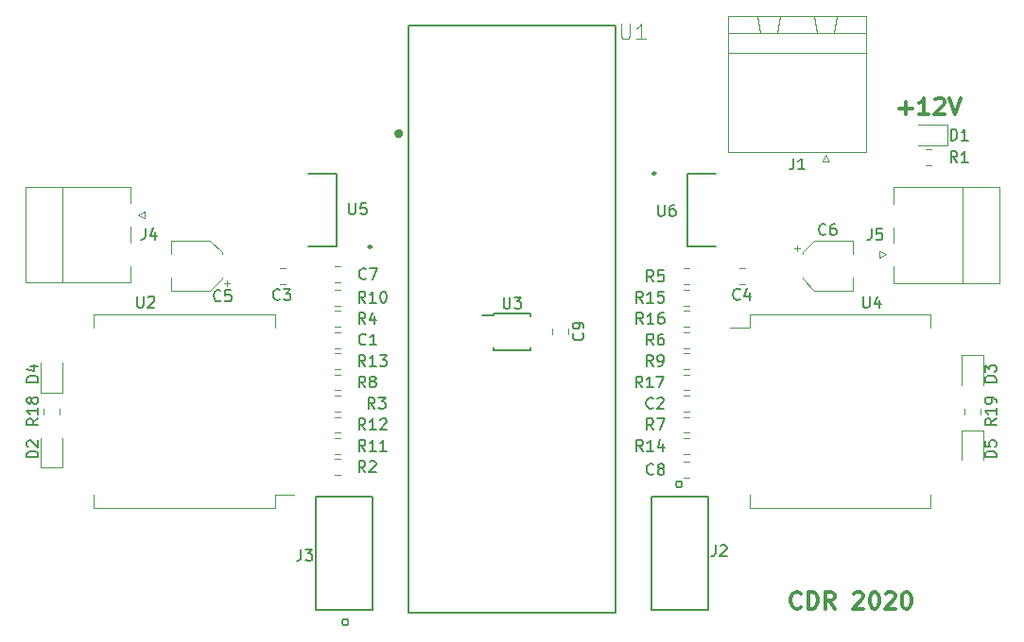
<source format=gbr>
G04 #@! TF.GenerationSoftware,KiCad,Pcbnew,(5.1.4)-1*
G04 #@! TF.CreationDate,2019-11-21T21:18:38+01:00*
G04 #@! TF.ProjectId,asserv_dc,61737365-7276-45f6-9463-2e6b69636164,rev?*
G04 #@! TF.SameCoordinates,Original*
G04 #@! TF.FileFunction,Legend,Top*
G04 #@! TF.FilePolarity,Positive*
%FSLAX46Y46*%
G04 Gerber Fmt 4.6, Leading zero omitted, Abs format (unit mm)*
G04 Created by KiCad (PCBNEW (5.1.4)-1) date 2019-11-21 21:18:38*
%MOMM*%
%LPD*%
G04 APERTURE LIST*
%ADD10C,0.300000*%
%ADD11C,0.250000*%
%ADD12C,0.200000*%
%ADD13C,0.120000*%
%ADD14C,0.150000*%
%ADD15C,0.127000*%
%ADD16C,0.400000*%
%ADD17C,0.050000*%
G04 APERTURE END LIST*
D10*
X119885714Y-103410714D02*
X119814285Y-103482142D01*
X119600000Y-103553571D01*
X119457142Y-103553571D01*
X119242857Y-103482142D01*
X119100000Y-103339285D01*
X119028571Y-103196428D01*
X118957142Y-102910714D01*
X118957142Y-102696428D01*
X119028571Y-102410714D01*
X119100000Y-102267857D01*
X119242857Y-102125000D01*
X119457142Y-102053571D01*
X119600000Y-102053571D01*
X119814285Y-102125000D01*
X119885714Y-102196428D01*
X120528571Y-103553571D02*
X120528571Y-102053571D01*
X120885714Y-102053571D01*
X121100000Y-102125000D01*
X121242857Y-102267857D01*
X121314285Y-102410714D01*
X121385714Y-102696428D01*
X121385714Y-102910714D01*
X121314285Y-103196428D01*
X121242857Y-103339285D01*
X121100000Y-103482142D01*
X120885714Y-103553571D01*
X120528571Y-103553571D01*
X122885714Y-103553571D02*
X122385714Y-102839285D01*
X122028571Y-103553571D02*
X122028571Y-102053571D01*
X122600000Y-102053571D01*
X122742857Y-102125000D01*
X122814285Y-102196428D01*
X122885714Y-102339285D01*
X122885714Y-102553571D01*
X122814285Y-102696428D01*
X122742857Y-102767857D01*
X122600000Y-102839285D01*
X122028571Y-102839285D01*
X124600000Y-102196428D02*
X124671428Y-102125000D01*
X124814285Y-102053571D01*
X125171428Y-102053571D01*
X125314285Y-102125000D01*
X125385714Y-102196428D01*
X125457142Y-102339285D01*
X125457142Y-102482142D01*
X125385714Y-102696428D01*
X124528571Y-103553571D01*
X125457142Y-103553571D01*
X126385714Y-102053571D02*
X126528571Y-102053571D01*
X126671428Y-102125000D01*
X126742857Y-102196428D01*
X126814285Y-102339285D01*
X126885714Y-102625000D01*
X126885714Y-102982142D01*
X126814285Y-103267857D01*
X126742857Y-103410714D01*
X126671428Y-103482142D01*
X126528571Y-103553571D01*
X126385714Y-103553571D01*
X126242857Y-103482142D01*
X126171428Y-103410714D01*
X126100000Y-103267857D01*
X126028571Y-102982142D01*
X126028571Y-102625000D01*
X126100000Y-102339285D01*
X126171428Y-102196428D01*
X126242857Y-102125000D01*
X126385714Y-102053571D01*
X127457142Y-102196428D02*
X127528571Y-102125000D01*
X127671428Y-102053571D01*
X128028571Y-102053571D01*
X128171428Y-102125000D01*
X128242857Y-102196428D01*
X128314285Y-102339285D01*
X128314285Y-102482142D01*
X128242857Y-102696428D01*
X127385714Y-103553571D01*
X128314285Y-103553571D01*
X129242857Y-102053571D02*
X129385714Y-102053571D01*
X129528571Y-102125000D01*
X129600000Y-102196428D01*
X129671428Y-102339285D01*
X129742857Y-102625000D01*
X129742857Y-102982142D01*
X129671428Y-103267857D01*
X129600000Y-103410714D01*
X129528571Y-103482142D01*
X129385714Y-103553571D01*
X129242857Y-103553571D01*
X129100000Y-103482142D01*
X129028571Y-103410714D01*
X128957142Y-103267857D01*
X128885714Y-102982142D01*
X128885714Y-102625000D01*
X128957142Y-102339285D01*
X129028571Y-102196428D01*
X129100000Y-102125000D01*
X129242857Y-102053571D01*
X128673742Y-58695742D02*
X129816600Y-58695742D01*
X129245171Y-59267171D02*
X129245171Y-58124314D01*
X131316600Y-59267171D02*
X130459457Y-59267171D01*
X130888028Y-59267171D02*
X130888028Y-57767171D01*
X130745171Y-57981457D01*
X130602314Y-58124314D01*
X130459457Y-58195742D01*
X131888028Y-57910028D02*
X131959457Y-57838600D01*
X132102314Y-57767171D01*
X132459457Y-57767171D01*
X132602314Y-57838600D01*
X132673742Y-57910028D01*
X132745171Y-58052885D01*
X132745171Y-58195742D01*
X132673742Y-58410028D01*
X131816600Y-59267171D01*
X132745171Y-59267171D01*
X133173742Y-57767171D02*
X133673742Y-59267171D01*
X134173742Y-57767171D01*
D11*
X106850000Y-64525000D02*
G75*
G03X106850000Y-64525000I-125000J0D01*
G01*
D12*
X109725000Y-64575000D02*
X112225000Y-64575000D01*
X109725000Y-71075000D02*
X109725000Y-64575000D01*
X112225000Y-71075000D02*
X109725000Y-71075000D01*
D11*
X81400000Y-71125000D02*
G75*
G03X81400000Y-71125000I-125000J0D01*
G01*
D12*
X78275000Y-71075000D02*
X75775000Y-71075000D01*
X78275000Y-64575000D02*
X78275000Y-71075000D01*
X75775000Y-64575000D02*
X78275000Y-64575000D01*
D13*
X72750000Y-93350000D02*
X74450000Y-93350000D01*
X72750000Y-94550000D02*
X72750000Y-93350000D01*
X72650000Y-94550000D02*
X72750000Y-94550000D01*
X56650000Y-94550000D02*
X72650000Y-94550000D01*
X72750000Y-77150000D02*
X72750000Y-78350000D01*
X56650000Y-77150000D02*
X72750000Y-77150000D01*
X56550000Y-77150000D02*
X56550000Y-78350000D01*
X56650000Y-77150000D02*
X56550000Y-77150000D01*
X56550000Y-94550000D02*
X56550000Y-93350000D01*
X56650000Y-94550000D02*
X56550000Y-94550000D01*
X52040000Y-85616422D02*
X52040000Y-86133578D01*
X53460000Y-85616422D02*
X53460000Y-86133578D01*
X78141422Y-82085000D02*
X78658578Y-82085000D01*
X78141422Y-80665000D02*
X78658578Y-80665000D01*
X78141422Y-87785000D02*
X78658578Y-87785000D01*
X78141422Y-86365000D02*
X78658578Y-86365000D01*
X78141422Y-89685000D02*
X78658578Y-89685000D01*
X78141422Y-88265000D02*
X78658578Y-88265000D01*
X78141422Y-76385000D02*
X78658578Y-76385000D01*
X78141422Y-74965000D02*
X78658578Y-74965000D01*
X78141422Y-83985000D02*
X78658578Y-83985000D01*
X78141422Y-82565000D02*
X78658578Y-82565000D01*
X78141422Y-78285000D02*
X78658578Y-78285000D01*
X78141422Y-76865000D02*
X78658578Y-76865000D01*
X78141422Y-85885000D02*
X78658578Y-85885000D01*
X78141422Y-84465000D02*
X78658578Y-84465000D01*
X78141422Y-91585000D02*
X78658578Y-91585000D01*
X78141422Y-90165000D02*
X78658578Y-90165000D01*
X61100000Y-67975000D02*
X61100000Y-68575000D01*
X60500000Y-68275000D02*
X61100000Y-67975000D01*
X61100000Y-68575000D02*
X60500000Y-68275000D01*
X53700000Y-65715000D02*
X53700000Y-74335000D01*
X59810000Y-69325000D02*
X59810000Y-70725000D01*
X59810000Y-74335000D02*
X59810000Y-72825000D01*
X59810000Y-65715000D02*
X59810000Y-67225000D01*
X50390000Y-74335000D02*
X59810000Y-74335000D01*
X50390000Y-65715000D02*
X50390000Y-74335000D01*
X59810000Y-65715000D02*
X50390000Y-65715000D01*
X51790000Y-81500000D02*
X51790000Y-84185000D01*
X51790000Y-84185000D02*
X53710000Y-84185000D01*
X53710000Y-84185000D02*
X53710000Y-81500000D01*
X53710000Y-90935000D02*
X53710000Y-88250000D01*
X51790000Y-90935000D02*
X53710000Y-90935000D01*
X51790000Y-88250000D02*
X51790000Y-90935000D01*
X78141422Y-74285000D02*
X78658578Y-74285000D01*
X78141422Y-72865000D02*
X78658578Y-72865000D01*
X68500000Y-74610000D02*
X68500000Y-74110000D01*
X68750000Y-74360000D02*
X68250000Y-74360000D01*
X68010000Y-71604437D02*
X66945563Y-70540000D01*
X68010000Y-73995563D02*
X66945563Y-75060000D01*
X68010000Y-73995563D02*
X68010000Y-73860000D01*
X68010000Y-71604437D02*
X68010000Y-71740000D01*
X66945563Y-70540000D02*
X63490000Y-70540000D01*
X66945563Y-75060000D02*
X63490000Y-75060000D01*
X63490000Y-75060000D02*
X63490000Y-73860000D01*
X63490000Y-70540000D02*
X63490000Y-71740000D01*
X73166422Y-74485000D02*
X73683578Y-74485000D01*
X73166422Y-73065000D02*
X73683578Y-73065000D01*
X78141422Y-80185000D02*
X78658578Y-80185000D01*
X78141422Y-78765000D02*
X78658578Y-78765000D01*
X97615000Y-78441422D02*
X97615000Y-78958578D01*
X99035000Y-78441422D02*
X99035000Y-78958578D01*
X115250000Y-78350000D02*
X113550000Y-78350000D01*
X115250000Y-77150000D02*
X115250000Y-78350000D01*
X115350000Y-77150000D02*
X115250000Y-77150000D01*
X131350000Y-77150000D02*
X115350000Y-77150000D01*
X115250000Y-94550000D02*
X115250000Y-93350000D01*
X131350000Y-94550000D02*
X115250000Y-94550000D01*
X131450000Y-94550000D02*
X131450000Y-93350000D01*
X131350000Y-94550000D02*
X131450000Y-94550000D01*
X131450000Y-77150000D02*
X131450000Y-78350000D01*
X131350000Y-77150000D02*
X131450000Y-77150000D01*
D14*
X92375000Y-77250000D02*
X91300000Y-77250000D01*
X92375000Y-80375000D02*
X95625000Y-80375000D01*
X92375000Y-77125000D02*
X95625000Y-77125000D01*
X92375000Y-80375000D02*
X92375000Y-80150000D01*
X95625000Y-80375000D02*
X95625000Y-80150000D01*
X95625000Y-77125000D02*
X95625000Y-77350000D01*
X92375000Y-77125000D02*
X92375000Y-77250000D01*
D13*
X134540000Y-85616422D02*
X134540000Y-86133578D01*
X135960000Y-85616422D02*
X135960000Y-86133578D01*
X109858578Y-82565000D02*
X109341422Y-82565000D01*
X109858578Y-83985000D02*
X109341422Y-83985000D01*
X109858578Y-76865000D02*
X109341422Y-76865000D01*
X109858578Y-78285000D02*
X109341422Y-78285000D01*
X109858578Y-74965000D02*
X109341422Y-74965000D01*
X109858578Y-76385000D02*
X109341422Y-76385000D01*
X109858578Y-88265000D02*
X109341422Y-88265000D01*
X109858578Y-89685000D02*
X109341422Y-89685000D01*
X109858578Y-80665000D02*
X109341422Y-80665000D01*
X109858578Y-82085000D02*
X109341422Y-82085000D01*
X109858578Y-86365000D02*
X109341422Y-86365000D01*
X109858578Y-87785000D02*
X109341422Y-87785000D01*
X109858578Y-78765000D02*
X109341422Y-78765000D01*
X109858578Y-80185000D02*
X109341422Y-80185000D01*
X109858578Y-73065000D02*
X109341422Y-73065000D01*
X109858578Y-74485000D02*
X109341422Y-74485000D01*
X126900000Y-72100000D02*
X126900000Y-71500000D01*
X127500000Y-71800000D02*
X126900000Y-72100000D01*
X126900000Y-71500000D02*
X127500000Y-71800000D01*
X134300000Y-74360000D02*
X134300000Y-65740000D01*
X128190000Y-70750000D02*
X128190000Y-69350000D01*
X128190000Y-65740000D02*
X128190000Y-67250000D01*
X128190000Y-74360000D02*
X128190000Y-72850000D01*
X137610000Y-65740000D02*
X128190000Y-65740000D01*
X137610000Y-74360000D02*
X137610000Y-65740000D01*
X128190000Y-74360000D02*
X137610000Y-74360000D01*
X134290000Y-87565000D02*
X134290000Y-90250000D01*
X136210000Y-87565000D02*
X134290000Y-87565000D01*
X136210000Y-90250000D02*
X136210000Y-87565000D01*
X134290000Y-80815000D02*
X134290000Y-83500000D01*
X136210000Y-80815000D02*
X134290000Y-80815000D01*
X136210000Y-83500000D02*
X136210000Y-80815000D01*
X109858578Y-90390000D02*
X109341422Y-90390000D01*
X109858578Y-91810000D02*
X109341422Y-91810000D01*
X119500000Y-70990000D02*
X119500000Y-71490000D01*
X119250000Y-71240000D02*
X119750000Y-71240000D01*
X119990000Y-73995563D02*
X121054437Y-75060000D01*
X119990000Y-71604437D02*
X121054437Y-70540000D01*
X119990000Y-71604437D02*
X119990000Y-71740000D01*
X119990000Y-73995563D02*
X119990000Y-73860000D01*
X121054437Y-75060000D02*
X124510000Y-75060000D01*
X121054437Y-70540000D02*
X124510000Y-70540000D01*
X124510000Y-70540000D02*
X124510000Y-71740000D01*
X124510000Y-75060000D02*
X124510000Y-73860000D01*
X114833578Y-73065000D02*
X114316422Y-73065000D01*
X114833578Y-74485000D02*
X114316422Y-74485000D01*
X109858578Y-84465000D02*
X109341422Y-84465000D01*
X109858578Y-85885000D02*
X109341422Y-85885000D01*
D15*
X106460000Y-93530000D02*
X111540000Y-93530000D01*
X106460000Y-103690000D02*
X106460000Y-93530000D01*
X111540000Y-103690000D02*
X106460000Y-103690000D01*
X111540000Y-93530000D02*
X111540000Y-103690000D01*
D12*
X109241000Y-92415000D02*
G75*
G03X109241000Y-92415000I-300000J0D01*
G01*
D15*
X81540000Y-103670000D02*
X76460000Y-103670000D01*
X81540000Y-93510000D02*
X81540000Y-103670000D01*
X76460000Y-93510000D02*
X81540000Y-93510000D01*
X76460000Y-103670000D02*
X76460000Y-93510000D01*
D12*
X79359000Y-104785000D02*
G75*
G03X79359000Y-104785000I-300000J0D01*
G01*
D13*
X122375000Y-63435000D02*
X121775000Y-63435000D01*
X122075000Y-62835000D02*
X122375000Y-63435000D01*
X121775000Y-63435000D02*
X122075000Y-62835000D01*
X117745000Y-51915000D02*
X117995000Y-50415000D01*
X116245000Y-51915000D02*
X117745000Y-51915000D01*
X115995000Y-50415000D02*
X116245000Y-51915000D01*
X117995000Y-50415000D02*
X115995000Y-50415000D01*
X122825000Y-51915000D02*
X123075000Y-50415000D01*
X121325000Y-51915000D02*
X122825000Y-51915000D01*
X121075000Y-50415000D02*
X121325000Y-51915000D01*
X123075000Y-50415000D02*
X121075000Y-50415000D01*
X113345000Y-51915000D02*
X125725000Y-51915000D01*
X113345000Y-53715000D02*
X113345000Y-51915000D01*
X125725000Y-53715000D02*
X113345000Y-53715000D01*
X125725000Y-51915000D02*
X125725000Y-53715000D01*
X113345000Y-62635000D02*
X125725000Y-62635000D01*
X113345000Y-50415000D02*
X113345000Y-62635000D01*
X125725000Y-50415000D02*
X113345000Y-50415000D01*
X125725000Y-62635000D02*
X125725000Y-50415000D01*
X133001600Y-60128600D02*
X130316600Y-60128600D01*
X133001600Y-62048600D02*
X133001600Y-60128600D01*
X130316600Y-62048600D02*
X133001600Y-62048600D01*
X131575178Y-62378600D02*
X131058022Y-62378600D01*
X131575178Y-63798600D02*
X131058022Y-63798600D01*
D16*
X84040000Y-60970000D02*
G75*
G03X84040000Y-60970000I-200000J0D01*
G01*
D15*
X103270000Y-103895000D02*
X84730000Y-103895000D01*
X103270000Y-51250000D02*
X103270000Y-103895000D01*
X84730000Y-51250000D02*
X103270000Y-51250000D01*
X84730000Y-103895000D02*
X84730000Y-51250000D01*
D14*
X107072095Y-67353580D02*
X107072095Y-68163104D01*
X107119714Y-68258342D01*
X107167333Y-68305961D01*
X107262571Y-68353580D01*
X107453047Y-68353580D01*
X107548285Y-68305961D01*
X107595904Y-68258342D01*
X107643523Y-68163104D01*
X107643523Y-67353580D01*
X108548285Y-67353580D02*
X108357809Y-67353580D01*
X108262571Y-67401200D01*
X108214952Y-67448819D01*
X108119714Y-67591676D01*
X108072095Y-67782152D01*
X108072095Y-68163104D01*
X108119714Y-68258342D01*
X108167333Y-68305961D01*
X108262571Y-68353580D01*
X108453047Y-68353580D01*
X108548285Y-68305961D01*
X108595904Y-68258342D01*
X108643523Y-68163104D01*
X108643523Y-67925009D01*
X108595904Y-67829771D01*
X108548285Y-67782152D01*
X108453047Y-67734533D01*
X108262571Y-67734533D01*
X108167333Y-67782152D01*
X108119714Y-67829771D01*
X108072095Y-67925009D01*
X79404095Y-67201180D02*
X79404095Y-68010704D01*
X79451714Y-68105942D01*
X79499333Y-68153561D01*
X79594571Y-68201180D01*
X79785047Y-68201180D01*
X79880285Y-68153561D01*
X79927904Y-68105942D01*
X79975523Y-68010704D01*
X79975523Y-67201180D01*
X80927904Y-67201180D02*
X80451714Y-67201180D01*
X80404095Y-67677371D01*
X80451714Y-67629752D01*
X80546952Y-67582133D01*
X80785047Y-67582133D01*
X80880285Y-67629752D01*
X80927904Y-67677371D01*
X80975523Y-67772609D01*
X80975523Y-68010704D01*
X80927904Y-68105942D01*
X80880285Y-68153561D01*
X80785047Y-68201180D01*
X80546952Y-68201180D01*
X80451714Y-68153561D01*
X80404095Y-68105942D01*
X60413095Y-75552380D02*
X60413095Y-76361904D01*
X60460714Y-76457142D01*
X60508333Y-76504761D01*
X60603571Y-76552380D01*
X60794047Y-76552380D01*
X60889285Y-76504761D01*
X60936904Y-76457142D01*
X60984523Y-76361904D01*
X60984523Y-75552380D01*
X61413095Y-75647619D02*
X61460714Y-75600000D01*
X61555952Y-75552380D01*
X61794047Y-75552380D01*
X61889285Y-75600000D01*
X61936904Y-75647619D01*
X61984523Y-75742857D01*
X61984523Y-75838095D01*
X61936904Y-75980952D01*
X61365476Y-76552380D01*
X61984523Y-76552380D01*
X51552380Y-86517857D02*
X51076190Y-86851190D01*
X51552380Y-87089285D02*
X50552380Y-87089285D01*
X50552380Y-86708333D01*
X50600000Y-86613095D01*
X50647619Y-86565476D01*
X50742857Y-86517857D01*
X50885714Y-86517857D01*
X50980952Y-86565476D01*
X51028571Y-86613095D01*
X51076190Y-86708333D01*
X51076190Y-87089285D01*
X51552380Y-85565476D02*
X51552380Y-86136904D01*
X51552380Y-85851190D02*
X50552380Y-85851190D01*
X50695238Y-85946428D01*
X50790476Y-86041666D01*
X50838095Y-86136904D01*
X50980952Y-84994047D02*
X50933333Y-85089285D01*
X50885714Y-85136904D01*
X50790476Y-85184523D01*
X50742857Y-85184523D01*
X50647619Y-85136904D01*
X50600000Y-85089285D01*
X50552380Y-84994047D01*
X50552380Y-84803571D01*
X50600000Y-84708333D01*
X50647619Y-84660714D01*
X50742857Y-84613095D01*
X50790476Y-84613095D01*
X50885714Y-84660714D01*
X50933333Y-84708333D01*
X50980952Y-84803571D01*
X50980952Y-84994047D01*
X51028571Y-85089285D01*
X51076190Y-85136904D01*
X51171428Y-85184523D01*
X51361904Y-85184523D01*
X51457142Y-85136904D01*
X51504761Y-85089285D01*
X51552380Y-84994047D01*
X51552380Y-84803571D01*
X51504761Y-84708333D01*
X51457142Y-84660714D01*
X51361904Y-84613095D01*
X51171428Y-84613095D01*
X51076190Y-84660714D01*
X51028571Y-84708333D01*
X50980952Y-84803571D01*
X80857142Y-81827380D02*
X80523809Y-81351190D01*
X80285714Y-81827380D02*
X80285714Y-80827380D01*
X80666666Y-80827380D01*
X80761904Y-80875000D01*
X80809523Y-80922619D01*
X80857142Y-81017857D01*
X80857142Y-81160714D01*
X80809523Y-81255952D01*
X80761904Y-81303571D01*
X80666666Y-81351190D01*
X80285714Y-81351190D01*
X81809523Y-81827380D02*
X81238095Y-81827380D01*
X81523809Y-81827380D02*
X81523809Y-80827380D01*
X81428571Y-80970238D01*
X81333333Y-81065476D01*
X81238095Y-81113095D01*
X82142857Y-80827380D02*
X82761904Y-80827380D01*
X82428571Y-81208333D01*
X82571428Y-81208333D01*
X82666666Y-81255952D01*
X82714285Y-81303571D01*
X82761904Y-81398809D01*
X82761904Y-81636904D01*
X82714285Y-81732142D01*
X82666666Y-81779761D01*
X82571428Y-81827380D01*
X82285714Y-81827380D01*
X82190476Y-81779761D01*
X82142857Y-81732142D01*
X80857142Y-87527380D02*
X80523809Y-87051190D01*
X80285714Y-87527380D02*
X80285714Y-86527380D01*
X80666666Y-86527380D01*
X80761904Y-86575000D01*
X80809523Y-86622619D01*
X80857142Y-86717857D01*
X80857142Y-86860714D01*
X80809523Y-86955952D01*
X80761904Y-87003571D01*
X80666666Y-87051190D01*
X80285714Y-87051190D01*
X81809523Y-87527380D02*
X81238095Y-87527380D01*
X81523809Y-87527380D02*
X81523809Y-86527380D01*
X81428571Y-86670238D01*
X81333333Y-86765476D01*
X81238095Y-86813095D01*
X82190476Y-86622619D02*
X82238095Y-86575000D01*
X82333333Y-86527380D01*
X82571428Y-86527380D01*
X82666666Y-86575000D01*
X82714285Y-86622619D01*
X82761904Y-86717857D01*
X82761904Y-86813095D01*
X82714285Y-86955952D01*
X82142857Y-87527380D01*
X82761904Y-87527380D01*
X80857142Y-89427380D02*
X80523809Y-88951190D01*
X80285714Y-89427380D02*
X80285714Y-88427380D01*
X80666666Y-88427380D01*
X80761904Y-88475000D01*
X80809523Y-88522619D01*
X80857142Y-88617857D01*
X80857142Y-88760714D01*
X80809523Y-88855952D01*
X80761904Y-88903571D01*
X80666666Y-88951190D01*
X80285714Y-88951190D01*
X81809523Y-89427380D02*
X81238095Y-89427380D01*
X81523809Y-89427380D02*
X81523809Y-88427380D01*
X81428571Y-88570238D01*
X81333333Y-88665476D01*
X81238095Y-88713095D01*
X82761904Y-89427380D02*
X82190476Y-89427380D01*
X82476190Y-89427380D02*
X82476190Y-88427380D01*
X82380952Y-88570238D01*
X82285714Y-88665476D01*
X82190476Y-88713095D01*
X80857142Y-76127380D02*
X80523809Y-75651190D01*
X80285714Y-76127380D02*
X80285714Y-75127380D01*
X80666666Y-75127380D01*
X80761904Y-75175000D01*
X80809523Y-75222619D01*
X80857142Y-75317857D01*
X80857142Y-75460714D01*
X80809523Y-75555952D01*
X80761904Y-75603571D01*
X80666666Y-75651190D01*
X80285714Y-75651190D01*
X81809523Y-76127380D02*
X81238095Y-76127380D01*
X81523809Y-76127380D02*
X81523809Y-75127380D01*
X81428571Y-75270238D01*
X81333333Y-75365476D01*
X81238095Y-75413095D01*
X82428571Y-75127380D02*
X82523809Y-75127380D01*
X82619047Y-75175000D01*
X82666666Y-75222619D01*
X82714285Y-75317857D01*
X82761904Y-75508333D01*
X82761904Y-75746428D01*
X82714285Y-75936904D01*
X82666666Y-76032142D01*
X82619047Y-76079761D01*
X82523809Y-76127380D01*
X82428571Y-76127380D01*
X82333333Y-76079761D01*
X82285714Y-76032142D01*
X82238095Y-75936904D01*
X82190476Y-75746428D01*
X82190476Y-75508333D01*
X82238095Y-75317857D01*
X82285714Y-75222619D01*
X82333333Y-75175000D01*
X82428571Y-75127380D01*
X80858333Y-83727380D02*
X80525000Y-83251190D01*
X80286904Y-83727380D02*
X80286904Y-82727380D01*
X80667857Y-82727380D01*
X80763095Y-82775000D01*
X80810714Y-82822619D01*
X80858333Y-82917857D01*
X80858333Y-83060714D01*
X80810714Y-83155952D01*
X80763095Y-83203571D01*
X80667857Y-83251190D01*
X80286904Y-83251190D01*
X81429761Y-83155952D02*
X81334523Y-83108333D01*
X81286904Y-83060714D01*
X81239285Y-82965476D01*
X81239285Y-82917857D01*
X81286904Y-82822619D01*
X81334523Y-82775000D01*
X81429761Y-82727380D01*
X81620238Y-82727380D01*
X81715476Y-82775000D01*
X81763095Y-82822619D01*
X81810714Y-82917857D01*
X81810714Y-82965476D01*
X81763095Y-83060714D01*
X81715476Y-83108333D01*
X81620238Y-83155952D01*
X81429761Y-83155952D01*
X81334523Y-83203571D01*
X81286904Y-83251190D01*
X81239285Y-83346428D01*
X81239285Y-83536904D01*
X81286904Y-83632142D01*
X81334523Y-83679761D01*
X81429761Y-83727380D01*
X81620238Y-83727380D01*
X81715476Y-83679761D01*
X81763095Y-83632142D01*
X81810714Y-83536904D01*
X81810714Y-83346428D01*
X81763095Y-83251190D01*
X81715476Y-83203571D01*
X81620238Y-83155952D01*
X80858333Y-78027380D02*
X80525000Y-77551190D01*
X80286904Y-78027380D02*
X80286904Y-77027380D01*
X80667857Y-77027380D01*
X80763095Y-77075000D01*
X80810714Y-77122619D01*
X80858333Y-77217857D01*
X80858333Y-77360714D01*
X80810714Y-77455952D01*
X80763095Y-77503571D01*
X80667857Y-77551190D01*
X80286904Y-77551190D01*
X81715476Y-77360714D02*
X81715476Y-78027380D01*
X81477380Y-76979761D02*
X81239285Y-77694047D01*
X81858333Y-77694047D01*
X81708333Y-85627380D02*
X81375000Y-85151190D01*
X81136904Y-85627380D02*
X81136904Y-84627380D01*
X81517857Y-84627380D01*
X81613095Y-84675000D01*
X81660714Y-84722619D01*
X81708333Y-84817857D01*
X81708333Y-84960714D01*
X81660714Y-85055952D01*
X81613095Y-85103571D01*
X81517857Y-85151190D01*
X81136904Y-85151190D01*
X82041666Y-84627380D02*
X82660714Y-84627380D01*
X82327380Y-85008333D01*
X82470238Y-85008333D01*
X82565476Y-85055952D01*
X82613095Y-85103571D01*
X82660714Y-85198809D01*
X82660714Y-85436904D01*
X82613095Y-85532142D01*
X82565476Y-85579761D01*
X82470238Y-85627380D01*
X82184523Y-85627380D01*
X82089285Y-85579761D01*
X82041666Y-85532142D01*
X80858333Y-91327380D02*
X80525000Y-90851190D01*
X80286904Y-91327380D02*
X80286904Y-90327380D01*
X80667857Y-90327380D01*
X80763095Y-90375000D01*
X80810714Y-90422619D01*
X80858333Y-90517857D01*
X80858333Y-90660714D01*
X80810714Y-90755952D01*
X80763095Y-90803571D01*
X80667857Y-90851190D01*
X80286904Y-90851190D01*
X81239285Y-90422619D02*
X81286904Y-90375000D01*
X81382142Y-90327380D01*
X81620238Y-90327380D01*
X81715476Y-90375000D01*
X81763095Y-90422619D01*
X81810714Y-90517857D01*
X81810714Y-90613095D01*
X81763095Y-90755952D01*
X81191666Y-91327380D01*
X81810714Y-91327380D01*
X61166666Y-69477380D02*
X61166666Y-70191666D01*
X61119047Y-70334523D01*
X61023809Y-70429761D01*
X60880952Y-70477380D01*
X60785714Y-70477380D01*
X62071428Y-69810714D02*
X62071428Y-70477380D01*
X61833333Y-69429761D02*
X61595238Y-70144047D01*
X62214285Y-70144047D01*
X51552380Y-83238095D02*
X50552380Y-83238095D01*
X50552380Y-83000000D01*
X50600000Y-82857142D01*
X50695238Y-82761904D01*
X50790476Y-82714285D01*
X50980952Y-82666666D01*
X51123809Y-82666666D01*
X51314285Y-82714285D01*
X51409523Y-82761904D01*
X51504761Y-82857142D01*
X51552380Y-83000000D01*
X51552380Y-83238095D01*
X50885714Y-81809523D02*
X51552380Y-81809523D01*
X50504761Y-82047619D02*
X51219047Y-82285714D01*
X51219047Y-81666666D01*
X51552380Y-89988095D02*
X50552380Y-89988095D01*
X50552380Y-89750000D01*
X50600000Y-89607142D01*
X50695238Y-89511904D01*
X50790476Y-89464285D01*
X50980952Y-89416666D01*
X51123809Y-89416666D01*
X51314285Y-89464285D01*
X51409523Y-89511904D01*
X51504761Y-89607142D01*
X51552380Y-89750000D01*
X51552380Y-89988095D01*
X50647619Y-89035714D02*
X50600000Y-88988095D01*
X50552380Y-88892857D01*
X50552380Y-88654761D01*
X50600000Y-88559523D01*
X50647619Y-88511904D01*
X50742857Y-88464285D01*
X50838095Y-88464285D01*
X50980952Y-88511904D01*
X51552380Y-89083333D01*
X51552380Y-88464285D01*
X80908333Y-73932142D02*
X80860714Y-73979761D01*
X80717857Y-74027380D01*
X80622619Y-74027380D01*
X80479761Y-73979761D01*
X80384523Y-73884523D01*
X80336904Y-73789285D01*
X80289285Y-73598809D01*
X80289285Y-73455952D01*
X80336904Y-73265476D01*
X80384523Y-73170238D01*
X80479761Y-73075000D01*
X80622619Y-73027380D01*
X80717857Y-73027380D01*
X80860714Y-73075000D01*
X80908333Y-73122619D01*
X81241666Y-73027380D02*
X81908333Y-73027380D01*
X81479761Y-74027380D01*
X67908333Y-75907142D02*
X67860714Y-75954761D01*
X67717857Y-76002380D01*
X67622619Y-76002380D01*
X67479761Y-75954761D01*
X67384523Y-75859523D01*
X67336904Y-75764285D01*
X67289285Y-75573809D01*
X67289285Y-75430952D01*
X67336904Y-75240476D01*
X67384523Y-75145238D01*
X67479761Y-75050000D01*
X67622619Y-75002380D01*
X67717857Y-75002380D01*
X67860714Y-75050000D01*
X67908333Y-75097619D01*
X68813095Y-75002380D02*
X68336904Y-75002380D01*
X68289285Y-75478571D01*
X68336904Y-75430952D01*
X68432142Y-75383333D01*
X68670238Y-75383333D01*
X68765476Y-75430952D01*
X68813095Y-75478571D01*
X68860714Y-75573809D01*
X68860714Y-75811904D01*
X68813095Y-75907142D01*
X68765476Y-75954761D01*
X68670238Y-76002380D01*
X68432142Y-76002380D01*
X68336904Y-75954761D01*
X68289285Y-75907142D01*
X73208333Y-75807142D02*
X73160714Y-75854761D01*
X73017857Y-75902380D01*
X72922619Y-75902380D01*
X72779761Y-75854761D01*
X72684523Y-75759523D01*
X72636904Y-75664285D01*
X72589285Y-75473809D01*
X72589285Y-75330952D01*
X72636904Y-75140476D01*
X72684523Y-75045238D01*
X72779761Y-74950000D01*
X72922619Y-74902380D01*
X73017857Y-74902380D01*
X73160714Y-74950000D01*
X73208333Y-74997619D01*
X73541666Y-74902380D02*
X74160714Y-74902380D01*
X73827380Y-75283333D01*
X73970238Y-75283333D01*
X74065476Y-75330952D01*
X74113095Y-75378571D01*
X74160714Y-75473809D01*
X74160714Y-75711904D01*
X74113095Y-75807142D01*
X74065476Y-75854761D01*
X73970238Y-75902380D01*
X73684523Y-75902380D01*
X73589285Y-75854761D01*
X73541666Y-75807142D01*
X80908333Y-79832142D02*
X80860714Y-79879761D01*
X80717857Y-79927380D01*
X80622619Y-79927380D01*
X80479761Y-79879761D01*
X80384523Y-79784523D01*
X80336904Y-79689285D01*
X80289285Y-79498809D01*
X80289285Y-79355952D01*
X80336904Y-79165476D01*
X80384523Y-79070238D01*
X80479761Y-78975000D01*
X80622619Y-78927380D01*
X80717857Y-78927380D01*
X80860714Y-78975000D01*
X80908333Y-79022619D01*
X81860714Y-79927380D02*
X81289285Y-79927380D01*
X81575000Y-79927380D02*
X81575000Y-78927380D01*
X81479761Y-79070238D01*
X81384523Y-79165476D01*
X81289285Y-79213095D01*
X100332142Y-78866666D02*
X100379761Y-78914285D01*
X100427380Y-79057142D01*
X100427380Y-79152380D01*
X100379761Y-79295238D01*
X100284523Y-79390476D01*
X100189285Y-79438095D01*
X99998809Y-79485714D01*
X99855952Y-79485714D01*
X99665476Y-79438095D01*
X99570238Y-79390476D01*
X99475000Y-79295238D01*
X99427380Y-79152380D01*
X99427380Y-79057142D01*
X99475000Y-78914285D01*
X99522619Y-78866666D01*
X100427380Y-78390476D02*
X100427380Y-78200000D01*
X100379761Y-78104761D01*
X100332142Y-78057142D01*
X100189285Y-77961904D01*
X99998809Y-77914285D01*
X99617857Y-77914285D01*
X99522619Y-77961904D01*
X99475000Y-78009523D01*
X99427380Y-78104761D01*
X99427380Y-78295238D01*
X99475000Y-78390476D01*
X99522619Y-78438095D01*
X99617857Y-78485714D01*
X99855952Y-78485714D01*
X99951190Y-78438095D01*
X99998809Y-78390476D01*
X100046428Y-78295238D01*
X100046428Y-78104761D01*
X99998809Y-78009523D01*
X99951190Y-77961904D01*
X99855952Y-77914285D01*
X125438095Y-75577380D02*
X125438095Y-76386904D01*
X125485714Y-76482142D01*
X125533333Y-76529761D01*
X125628571Y-76577380D01*
X125819047Y-76577380D01*
X125914285Y-76529761D01*
X125961904Y-76482142D01*
X126009523Y-76386904D01*
X126009523Y-75577380D01*
X126914285Y-75910714D02*
X126914285Y-76577380D01*
X126676190Y-75529761D02*
X126438095Y-76244047D01*
X127057142Y-76244047D01*
X93238095Y-75652380D02*
X93238095Y-76461904D01*
X93285714Y-76557142D01*
X93333333Y-76604761D01*
X93428571Y-76652380D01*
X93619047Y-76652380D01*
X93714285Y-76604761D01*
X93761904Y-76557142D01*
X93809523Y-76461904D01*
X93809523Y-75652380D01*
X94190476Y-75652380D02*
X94809523Y-75652380D01*
X94476190Y-76033333D01*
X94619047Y-76033333D01*
X94714285Y-76080952D01*
X94761904Y-76128571D01*
X94809523Y-76223809D01*
X94809523Y-76461904D01*
X94761904Y-76557142D01*
X94714285Y-76604761D01*
X94619047Y-76652380D01*
X94333333Y-76652380D01*
X94238095Y-76604761D01*
X94190476Y-76557142D01*
X137352380Y-86517857D02*
X136876190Y-86851190D01*
X137352380Y-87089285D02*
X136352380Y-87089285D01*
X136352380Y-86708333D01*
X136400000Y-86613095D01*
X136447619Y-86565476D01*
X136542857Y-86517857D01*
X136685714Y-86517857D01*
X136780952Y-86565476D01*
X136828571Y-86613095D01*
X136876190Y-86708333D01*
X136876190Y-87089285D01*
X137352380Y-85565476D02*
X137352380Y-86136904D01*
X137352380Y-85851190D02*
X136352380Y-85851190D01*
X136495238Y-85946428D01*
X136590476Y-86041666D01*
X136638095Y-86136904D01*
X137352380Y-85089285D02*
X137352380Y-84898809D01*
X137304761Y-84803571D01*
X137257142Y-84755952D01*
X137114285Y-84660714D01*
X136923809Y-84613095D01*
X136542857Y-84613095D01*
X136447619Y-84660714D01*
X136400000Y-84708333D01*
X136352380Y-84803571D01*
X136352380Y-84994047D01*
X136400000Y-85089285D01*
X136447619Y-85136904D01*
X136542857Y-85184523D01*
X136780952Y-85184523D01*
X136876190Y-85136904D01*
X136923809Y-85089285D01*
X136971428Y-84994047D01*
X136971428Y-84803571D01*
X136923809Y-84708333D01*
X136876190Y-84660714D01*
X136780952Y-84613095D01*
X105657142Y-83727380D02*
X105323809Y-83251190D01*
X105085714Y-83727380D02*
X105085714Y-82727380D01*
X105466666Y-82727380D01*
X105561904Y-82775000D01*
X105609523Y-82822619D01*
X105657142Y-82917857D01*
X105657142Y-83060714D01*
X105609523Y-83155952D01*
X105561904Y-83203571D01*
X105466666Y-83251190D01*
X105085714Y-83251190D01*
X106609523Y-83727380D02*
X106038095Y-83727380D01*
X106323809Y-83727380D02*
X106323809Y-82727380D01*
X106228571Y-82870238D01*
X106133333Y-82965476D01*
X106038095Y-83013095D01*
X106942857Y-82727380D02*
X107609523Y-82727380D01*
X107180952Y-83727380D01*
X105732142Y-78027380D02*
X105398809Y-77551190D01*
X105160714Y-78027380D02*
X105160714Y-77027380D01*
X105541666Y-77027380D01*
X105636904Y-77075000D01*
X105684523Y-77122619D01*
X105732142Y-77217857D01*
X105732142Y-77360714D01*
X105684523Y-77455952D01*
X105636904Y-77503571D01*
X105541666Y-77551190D01*
X105160714Y-77551190D01*
X106684523Y-78027380D02*
X106113095Y-78027380D01*
X106398809Y-78027380D02*
X106398809Y-77027380D01*
X106303571Y-77170238D01*
X106208333Y-77265476D01*
X106113095Y-77313095D01*
X107541666Y-77027380D02*
X107351190Y-77027380D01*
X107255952Y-77075000D01*
X107208333Y-77122619D01*
X107113095Y-77265476D01*
X107065476Y-77455952D01*
X107065476Y-77836904D01*
X107113095Y-77932142D01*
X107160714Y-77979761D01*
X107255952Y-78027380D01*
X107446428Y-78027380D01*
X107541666Y-77979761D01*
X107589285Y-77932142D01*
X107636904Y-77836904D01*
X107636904Y-77598809D01*
X107589285Y-77503571D01*
X107541666Y-77455952D01*
X107446428Y-77408333D01*
X107255952Y-77408333D01*
X107160714Y-77455952D01*
X107113095Y-77503571D01*
X107065476Y-77598809D01*
X105707142Y-76127380D02*
X105373809Y-75651190D01*
X105135714Y-76127380D02*
X105135714Y-75127380D01*
X105516666Y-75127380D01*
X105611904Y-75175000D01*
X105659523Y-75222619D01*
X105707142Y-75317857D01*
X105707142Y-75460714D01*
X105659523Y-75555952D01*
X105611904Y-75603571D01*
X105516666Y-75651190D01*
X105135714Y-75651190D01*
X106659523Y-76127380D02*
X106088095Y-76127380D01*
X106373809Y-76127380D02*
X106373809Y-75127380D01*
X106278571Y-75270238D01*
X106183333Y-75365476D01*
X106088095Y-75413095D01*
X107564285Y-75127380D02*
X107088095Y-75127380D01*
X107040476Y-75603571D01*
X107088095Y-75555952D01*
X107183333Y-75508333D01*
X107421428Y-75508333D01*
X107516666Y-75555952D01*
X107564285Y-75603571D01*
X107611904Y-75698809D01*
X107611904Y-75936904D01*
X107564285Y-76032142D01*
X107516666Y-76079761D01*
X107421428Y-76127380D01*
X107183333Y-76127380D01*
X107088095Y-76079761D01*
X107040476Y-76032142D01*
X105707142Y-89427380D02*
X105373809Y-88951190D01*
X105135714Y-89427380D02*
X105135714Y-88427380D01*
X105516666Y-88427380D01*
X105611904Y-88475000D01*
X105659523Y-88522619D01*
X105707142Y-88617857D01*
X105707142Y-88760714D01*
X105659523Y-88855952D01*
X105611904Y-88903571D01*
X105516666Y-88951190D01*
X105135714Y-88951190D01*
X106659523Y-89427380D02*
X106088095Y-89427380D01*
X106373809Y-89427380D02*
X106373809Y-88427380D01*
X106278571Y-88570238D01*
X106183333Y-88665476D01*
X106088095Y-88713095D01*
X107516666Y-88760714D02*
X107516666Y-89427380D01*
X107278571Y-88379761D02*
X107040476Y-89094047D01*
X107659523Y-89094047D01*
X106608333Y-81827380D02*
X106275000Y-81351190D01*
X106036904Y-81827380D02*
X106036904Y-80827380D01*
X106417857Y-80827380D01*
X106513095Y-80875000D01*
X106560714Y-80922619D01*
X106608333Y-81017857D01*
X106608333Y-81160714D01*
X106560714Y-81255952D01*
X106513095Y-81303571D01*
X106417857Y-81351190D01*
X106036904Y-81351190D01*
X107084523Y-81827380D02*
X107275000Y-81827380D01*
X107370238Y-81779761D01*
X107417857Y-81732142D01*
X107513095Y-81589285D01*
X107560714Y-81398809D01*
X107560714Y-81017857D01*
X107513095Y-80922619D01*
X107465476Y-80875000D01*
X107370238Y-80827380D01*
X107179761Y-80827380D01*
X107084523Y-80875000D01*
X107036904Y-80922619D01*
X106989285Y-81017857D01*
X106989285Y-81255952D01*
X107036904Y-81351190D01*
X107084523Y-81398809D01*
X107179761Y-81446428D01*
X107370238Y-81446428D01*
X107465476Y-81398809D01*
X107513095Y-81351190D01*
X107560714Y-81255952D01*
X106633333Y-87527380D02*
X106300000Y-87051190D01*
X106061904Y-87527380D02*
X106061904Y-86527380D01*
X106442857Y-86527380D01*
X106538095Y-86575000D01*
X106585714Y-86622619D01*
X106633333Y-86717857D01*
X106633333Y-86860714D01*
X106585714Y-86955952D01*
X106538095Y-87003571D01*
X106442857Y-87051190D01*
X106061904Y-87051190D01*
X106966666Y-86527380D02*
X107633333Y-86527380D01*
X107204761Y-87527380D01*
X106658333Y-79927380D02*
X106325000Y-79451190D01*
X106086904Y-79927380D02*
X106086904Y-78927380D01*
X106467857Y-78927380D01*
X106563095Y-78975000D01*
X106610714Y-79022619D01*
X106658333Y-79117857D01*
X106658333Y-79260714D01*
X106610714Y-79355952D01*
X106563095Y-79403571D01*
X106467857Y-79451190D01*
X106086904Y-79451190D01*
X107515476Y-78927380D02*
X107325000Y-78927380D01*
X107229761Y-78975000D01*
X107182142Y-79022619D01*
X107086904Y-79165476D01*
X107039285Y-79355952D01*
X107039285Y-79736904D01*
X107086904Y-79832142D01*
X107134523Y-79879761D01*
X107229761Y-79927380D01*
X107420238Y-79927380D01*
X107515476Y-79879761D01*
X107563095Y-79832142D01*
X107610714Y-79736904D01*
X107610714Y-79498809D01*
X107563095Y-79403571D01*
X107515476Y-79355952D01*
X107420238Y-79308333D01*
X107229761Y-79308333D01*
X107134523Y-79355952D01*
X107086904Y-79403571D01*
X107039285Y-79498809D01*
X106658333Y-74227380D02*
X106325000Y-73751190D01*
X106086904Y-74227380D02*
X106086904Y-73227380D01*
X106467857Y-73227380D01*
X106563095Y-73275000D01*
X106610714Y-73322619D01*
X106658333Y-73417857D01*
X106658333Y-73560714D01*
X106610714Y-73655952D01*
X106563095Y-73703571D01*
X106467857Y-73751190D01*
X106086904Y-73751190D01*
X107563095Y-73227380D02*
X107086904Y-73227380D01*
X107039285Y-73703571D01*
X107086904Y-73655952D01*
X107182142Y-73608333D01*
X107420238Y-73608333D01*
X107515476Y-73655952D01*
X107563095Y-73703571D01*
X107610714Y-73798809D01*
X107610714Y-74036904D01*
X107563095Y-74132142D01*
X107515476Y-74179761D01*
X107420238Y-74227380D01*
X107182142Y-74227380D01*
X107086904Y-74179761D01*
X107039285Y-74132142D01*
X126166666Y-69502380D02*
X126166666Y-70216666D01*
X126119047Y-70359523D01*
X126023809Y-70454761D01*
X125880952Y-70502380D01*
X125785714Y-70502380D01*
X127119047Y-69502380D02*
X126642857Y-69502380D01*
X126595238Y-69978571D01*
X126642857Y-69930952D01*
X126738095Y-69883333D01*
X126976190Y-69883333D01*
X127071428Y-69930952D01*
X127119047Y-69978571D01*
X127166666Y-70073809D01*
X127166666Y-70311904D01*
X127119047Y-70407142D01*
X127071428Y-70454761D01*
X126976190Y-70502380D01*
X126738095Y-70502380D01*
X126642857Y-70454761D01*
X126595238Y-70407142D01*
X137352380Y-89988095D02*
X136352380Y-89988095D01*
X136352380Y-89750000D01*
X136400000Y-89607142D01*
X136495238Y-89511904D01*
X136590476Y-89464285D01*
X136780952Y-89416666D01*
X136923809Y-89416666D01*
X137114285Y-89464285D01*
X137209523Y-89511904D01*
X137304761Y-89607142D01*
X137352380Y-89750000D01*
X137352380Y-89988095D01*
X136352380Y-88511904D02*
X136352380Y-88988095D01*
X136828571Y-89035714D01*
X136780952Y-88988095D01*
X136733333Y-88892857D01*
X136733333Y-88654761D01*
X136780952Y-88559523D01*
X136828571Y-88511904D01*
X136923809Y-88464285D01*
X137161904Y-88464285D01*
X137257142Y-88511904D01*
X137304761Y-88559523D01*
X137352380Y-88654761D01*
X137352380Y-88892857D01*
X137304761Y-88988095D01*
X137257142Y-89035714D01*
X137352380Y-83238095D02*
X136352380Y-83238095D01*
X136352380Y-83000000D01*
X136400000Y-82857142D01*
X136495238Y-82761904D01*
X136590476Y-82714285D01*
X136780952Y-82666666D01*
X136923809Y-82666666D01*
X137114285Y-82714285D01*
X137209523Y-82761904D01*
X137304761Y-82857142D01*
X137352380Y-83000000D01*
X137352380Y-83238095D01*
X136352380Y-82333333D02*
X136352380Y-81714285D01*
X136733333Y-82047619D01*
X136733333Y-81904761D01*
X136780952Y-81809523D01*
X136828571Y-81761904D01*
X136923809Y-81714285D01*
X137161904Y-81714285D01*
X137257142Y-81761904D01*
X137304761Y-81809523D01*
X137352380Y-81904761D01*
X137352380Y-82190476D01*
X137304761Y-82285714D01*
X137257142Y-82333333D01*
X106658333Y-91457142D02*
X106610714Y-91504761D01*
X106467857Y-91552380D01*
X106372619Y-91552380D01*
X106229761Y-91504761D01*
X106134523Y-91409523D01*
X106086904Y-91314285D01*
X106039285Y-91123809D01*
X106039285Y-90980952D01*
X106086904Y-90790476D01*
X106134523Y-90695238D01*
X106229761Y-90600000D01*
X106372619Y-90552380D01*
X106467857Y-90552380D01*
X106610714Y-90600000D01*
X106658333Y-90647619D01*
X107229761Y-90980952D02*
X107134523Y-90933333D01*
X107086904Y-90885714D01*
X107039285Y-90790476D01*
X107039285Y-90742857D01*
X107086904Y-90647619D01*
X107134523Y-90600000D01*
X107229761Y-90552380D01*
X107420238Y-90552380D01*
X107515476Y-90600000D01*
X107563095Y-90647619D01*
X107610714Y-90742857D01*
X107610714Y-90790476D01*
X107563095Y-90885714D01*
X107515476Y-90933333D01*
X107420238Y-90980952D01*
X107229761Y-90980952D01*
X107134523Y-91028571D01*
X107086904Y-91076190D01*
X107039285Y-91171428D01*
X107039285Y-91361904D01*
X107086904Y-91457142D01*
X107134523Y-91504761D01*
X107229761Y-91552380D01*
X107420238Y-91552380D01*
X107515476Y-91504761D01*
X107563095Y-91457142D01*
X107610714Y-91361904D01*
X107610714Y-91171428D01*
X107563095Y-91076190D01*
X107515476Y-91028571D01*
X107420238Y-90980952D01*
X122083333Y-69957142D02*
X122035714Y-70004761D01*
X121892857Y-70052380D01*
X121797619Y-70052380D01*
X121654761Y-70004761D01*
X121559523Y-69909523D01*
X121511904Y-69814285D01*
X121464285Y-69623809D01*
X121464285Y-69480952D01*
X121511904Y-69290476D01*
X121559523Y-69195238D01*
X121654761Y-69100000D01*
X121797619Y-69052380D01*
X121892857Y-69052380D01*
X122035714Y-69100000D01*
X122083333Y-69147619D01*
X122940476Y-69052380D02*
X122750000Y-69052380D01*
X122654761Y-69100000D01*
X122607142Y-69147619D01*
X122511904Y-69290476D01*
X122464285Y-69480952D01*
X122464285Y-69861904D01*
X122511904Y-69957142D01*
X122559523Y-70004761D01*
X122654761Y-70052380D01*
X122845238Y-70052380D01*
X122940476Y-70004761D01*
X122988095Y-69957142D01*
X123035714Y-69861904D01*
X123035714Y-69623809D01*
X122988095Y-69528571D01*
X122940476Y-69480952D01*
X122845238Y-69433333D01*
X122654761Y-69433333D01*
X122559523Y-69480952D01*
X122511904Y-69528571D01*
X122464285Y-69623809D01*
X114408333Y-75782142D02*
X114360714Y-75829761D01*
X114217857Y-75877380D01*
X114122619Y-75877380D01*
X113979761Y-75829761D01*
X113884523Y-75734523D01*
X113836904Y-75639285D01*
X113789285Y-75448809D01*
X113789285Y-75305952D01*
X113836904Y-75115476D01*
X113884523Y-75020238D01*
X113979761Y-74925000D01*
X114122619Y-74877380D01*
X114217857Y-74877380D01*
X114360714Y-74925000D01*
X114408333Y-74972619D01*
X115265476Y-75210714D02*
X115265476Y-75877380D01*
X115027380Y-74829761D02*
X114789285Y-75544047D01*
X115408333Y-75544047D01*
X106633333Y-85532142D02*
X106585714Y-85579761D01*
X106442857Y-85627380D01*
X106347619Y-85627380D01*
X106204761Y-85579761D01*
X106109523Y-85484523D01*
X106061904Y-85389285D01*
X106014285Y-85198809D01*
X106014285Y-85055952D01*
X106061904Y-84865476D01*
X106109523Y-84770238D01*
X106204761Y-84675000D01*
X106347619Y-84627380D01*
X106442857Y-84627380D01*
X106585714Y-84675000D01*
X106633333Y-84722619D01*
X107014285Y-84722619D02*
X107061904Y-84675000D01*
X107157142Y-84627380D01*
X107395238Y-84627380D01*
X107490476Y-84675000D01*
X107538095Y-84722619D01*
X107585714Y-84817857D01*
X107585714Y-84913095D01*
X107538095Y-85055952D01*
X106966666Y-85627380D01*
X107585714Y-85627380D01*
X112222666Y-97859180D02*
X112222666Y-98573466D01*
X112175047Y-98716323D01*
X112079809Y-98811561D01*
X111936952Y-98859180D01*
X111841714Y-98859180D01*
X112651238Y-97954419D02*
X112698857Y-97906800D01*
X112794095Y-97859180D01*
X113032190Y-97859180D01*
X113127428Y-97906800D01*
X113175047Y-97954419D01*
X113222666Y-98049657D01*
X113222666Y-98144895D01*
X113175047Y-98287752D01*
X112603619Y-98859180D01*
X113222666Y-98859180D01*
X75110666Y-98245580D02*
X75110666Y-98959866D01*
X75063047Y-99102723D01*
X74967809Y-99197961D01*
X74824952Y-99245580D01*
X74729714Y-99245580D01*
X75491619Y-98245580D02*
X76110666Y-98245580D01*
X75777333Y-98626533D01*
X75920190Y-98626533D01*
X76015428Y-98674152D01*
X76063047Y-98721771D01*
X76110666Y-98817009D01*
X76110666Y-99055104D01*
X76063047Y-99150342D01*
X76015428Y-99197961D01*
X75920190Y-99245580D01*
X75634476Y-99245580D01*
X75539238Y-99197961D01*
X75491619Y-99150342D01*
X119201666Y-63177380D02*
X119201666Y-63891666D01*
X119154047Y-64034523D01*
X119058809Y-64129761D01*
X118915952Y-64177380D01*
X118820714Y-64177380D01*
X120201666Y-64177380D02*
X119630238Y-64177380D01*
X119915952Y-64177380D02*
X119915952Y-63177380D01*
X119820714Y-63320238D01*
X119725476Y-63415476D01*
X119630238Y-63463095D01*
X133278504Y-61565980D02*
X133278504Y-60565980D01*
X133516600Y-60565980D01*
X133659457Y-60613600D01*
X133754695Y-60708838D01*
X133802314Y-60804076D01*
X133849933Y-60994552D01*
X133849933Y-61137409D01*
X133802314Y-61327885D01*
X133754695Y-61423123D01*
X133659457Y-61518361D01*
X133516600Y-61565980D01*
X133278504Y-61565980D01*
X134802314Y-61565980D02*
X134230885Y-61565980D01*
X134516600Y-61565980D02*
X134516600Y-60565980D01*
X134421361Y-60708838D01*
X134326123Y-60804076D01*
X134230885Y-60851695D01*
X133849933Y-63540980D02*
X133516600Y-63064790D01*
X133278504Y-63540980D02*
X133278504Y-62540980D01*
X133659457Y-62540980D01*
X133754695Y-62588600D01*
X133802314Y-62636219D01*
X133849933Y-62731457D01*
X133849933Y-62874314D01*
X133802314Y-62969552D01*
X133754695Y-63017171D01*
X133659457Y-63064790D01*
X133278504Y-63064790D01*
X134802314Y-63540980D02*
X134230885Y-63540980D01*
X134516600Y-63540980D02*
X134516600Y-62540980D01*
X134421361Y-62683838D01*
X134326123Y-62779076D01*
X134230885Y-62826695D01*
D17*
X103756520Y-51082030D02*
X103756520Y-52217290D01*
X103823300Y-52350850D01*
X103890080Y-52417630D01*
X104023640Y-52484410D01*
X104290760Y-52484410D01*
X104424320Y-52417630D01*
X104491100Y-52350850D01*
X104557880Y-52217290D01*
X104557880Y-51082030D01*
X105960260Y-52484410D02*
X105158900Y-52484410D01*
X105559580Y-52484410D02*
X105559580Y-51082030D01*
X105426020Y-51282370D01*
X105292460Y-51415930D01*
X105158900Y-51482710D01*
M02*

</source>
